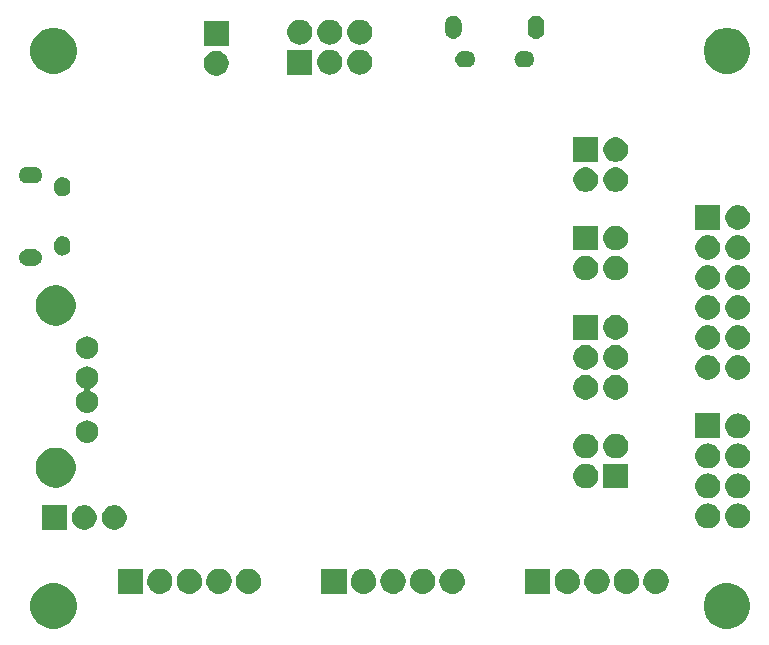
<source format=gbs>
G04 #@! TF.GenerationSoftware,KiCad,Pcbnew,5.1.5-52549c5~84~ubuntu18.04.1*
G04 #@! TF.CreationDate,2020-01-13T18:21:35+00:00*
G04 #@! TF.ProjectId,sangaboard_v0.3,73616e67-6162-46f6-9172-645f76302e33,0.3*
G04 #@! TF.SameCoordinates,Original*
G04 #@! TF.FileFunction,Soldermask,Bot*
G04 #@! TF.FilePolarity,Negative*
%FSLAX46Y46*%
G04 Gerber Fmt 4.6, Leading zero omitted, Abs format (unit mm)*
G04 Created by KiCad (PCBNEW 5.1.5-52549c5~84~ubuntu18.04.1) date 2020-01-13 18:21:35*
%MOMM*%
%LPD*%
G04 APERTURE LIST*
%ADD10C,0.100000*%
G04 APERTURE END LIST*
D10*
G36*
X161568793Y-94124937D02*
G01*
X161923670Y-94271932D01*
X162243052Y-94485336D01*
X162514664Y-94756948D01*
X162728068Y-95076330D01*
X162875063Y-95431207D01*
X162950000Y-95807940D01*
X162950000Y-96192060D01*
X162875063Y-96568793D01*
X162728068Y-96923670D01*
X162514664Y-97243052D01*
X162243052Y-97514664D01*
X161923670Y-97728068D01*
X161568793Y-97875063D01*
X161192060Y-97950000D01*
X160807940Y-97950000D01*
X160431207Y-97875063D01*
X160076330Y-97728068D01*
X159756948Y-97514664D01*
X159485336Y-97243052D01*
X159271932Y-96923670D01*
X159124937Y-96568793D01*
X159050000Y-96192060D01*
X159050000Y-95807940D01*
X159124937Y-95431207D01*
X159271932Y-95076330D01*
X159485336Y-94756948D01*
X159756948Y-94485336D01*
X160076330Y-94271932D01*
X160431207Y-94124937D01*
X160807940Y-94050000D01*
X161192060Y-94050000D01*
X161568793Y-94124937D01*
G37*
G36*
X104568793Y-94124937D02*
G01*
X104923670Y-94271932D01*
X105243052Y-94485336D01*
X105514664Y-94756948D01*
X105728068Y-95076330D01*
X105875063Y-95431207D01*
X105950000Y-95807940D01*
X105950000Y-96192060D01*
X105875063Y-96568793D01*
X105728068Y-96923670D01*
X105514664Y-97243052D01*
X105243052Y-97514664D01*
X104923670Y-97728068D01*
X104568793Y-97875063D01*
X104192060Y-97950000D01*
X103807940Y-97950000D01*
X103431207Y-97875063D01*
X103076330Y-97728068D01*
X102756948Y-97514664D01*
X102485336Y-97243052D01*
X102271932Y-96923670D01*
X102124937Y-96568793D01*
X102050000Y-96192060D01*
X102050000Y-95807940D01*
X102124937Y-95431207D01*
X102271932Y-95076330D01*
X102485336Y-94756948D01*
X102756948Y-94485336D01*
X103076330Y-94271932D01*
X103431207Y-94124937D01*
X103807940Y-94050000D01*
X104192060Y-94050000D01*
X104568793Y-94124937D01*
G37*
G36*
X137959722Y-92845656D02*
G01*
X138063566Y-92866312D01*
X138120866Y-92890047D01*
X138259203Y-92947347D01*
X138435272Y-93064993D01*
X138585007Y-93214728D01*
X138702653Y-93390797D01*
X138759953Y-93529134D01*
X138783688Y-93586434D01*
X138825000Y-93794122D01*
X138825000Y-94005878D01*
X138801318Y-94124937D01*
X138783688Y-94213565D01*
X138702653Y-94409203D01*
X138585007Y-94585272D01*
X138435272Y-94735007D01*
X138259203Y-94852653D01*
X138120866Y-94909953D01*
X138063566Y-94933688D01*
X137959722Y-94954344D01*
X137855879Y-94975000D01*
X137644121Y-94975000D01*
X137540278Y-94954344D01*
X137436434Y-94933688D01*
X137379134Y-94909953D01*
X137240797Y-94852653D01*
X137064728Y-94735007D01*
X136914993Y-94585272D01*
X136797347Y-94409203D01*
X136716312Y-94213565D01*
X136698683Y-94124937D01*
X136675000Y-94005878D01*
X136675000Y-93794122D01*
X136716312Y-93586434D01*
X136740047Y-93529134D01*
X136797347Y-93390797D01*
X136914993Y-93214728D01*
X137064728Y-93064993D01*
X137240797Y-92947347D01*
X137379134Y-92890047D01*
X137436434Y-92866312D01*
X137540278Y-92845656D01*
X137644121Y-92825000D01*
X137855879Y-92825000D01*
X137959722Y-92845656D01*
G37*
G36*
X155209722Y-92845656D02*
G01*
X155313566Y-92866312D01*
X155370866Y-92890047D01*
X155509203Y-92947347D01*
X155685272Y-93064993D01*
X155835007Y-93214728D01*
X155952653Y-93390797D01*
X156009953Y-93529134D01*
X156033688Y-93586434D01*
X156075000Y-93794122D01*
X156075000Y-94005878D01*
X156051318Y-94124937D01*
X156033688Y-94213565D01*
X155952653Y-94409203D01*
X155835007Y-94585272D01*
X155685272Y-94735007D01*
X155509203Y-94852653D01*
X155370866Y-94909953D01*
X155313566Y-94933688D01*
X155209722Y-94954344D01*
X155105879Y-94975000D01*
X154894121Y-94975000D01*
X154790278Y-94954344D01*
X154686434Y-94933688D01*
X154629134Y-94909953D01*
X154490797Y-94852653D01*
X154314728Y-94735007D01*
X154164993Y-94585272D01*
X154047347Y-94409203D01*
X153966312Y-94213565D01*
X153948683Y-94124937D01*
X153925000Y-94005878D01*
X153925000Y-93794122D01*
X153966312Y-93586434D01*
X153990047Y-93529134D01*
X154047347Y-93390797D01*
X154164993Y-93214728D01*
X154314728Y-93064993D01*
X154490797Y-92947347D01*
X154629134Y-92890047D01*
X154686434Y-92866312D01*
X154790278Y-92845656D01*
X154894121Y-92825000D01*
X155105879Y-92825000D01*
X155209722Y-92845656D01*
G37*
G36*
X120709722Y-92845656D02*
G01*
X120813566Y-92866312D01*
X120870866Y-92890047D01*
X121009203Y-92947347D01*
X121185272Y-93064993D01*
X121335007Y-93214728D01*
X121452653Y-93390797D01*
X121509953Y-93529134D01*
X121533688Y-93586434D01*
X121575000Y-93794122D01*
X121575000Y-94005878D01*
X121551318Y-94124937D01*
X121533688Y-94213565D01*
X121452653Y-94409203D01*
X121335007Y-94585272D01*
X121185272Y-94735007D01*
X121009203Y-94852653D01*
X120870866Y-94909953D01*
X120813566Y-94933688D01*
X120709722Y-94954344D01*
X120605879Y-94975000D01*
X120394121Y-94975000D01*
X120290278Y-94954344D01*
X120186434Y-94933688D01*
X120129134Y-94909953D01*
X119990797Y-94852653D01*
X119814728Y-94735007D01*
X119664993Y-94585272D01*
X119547347Y-94409203D01*
X119466312Y-94213565D01*
X119448683Y-94124937D01*
X119425000Y-94005878D01*
X119425000Y-93794122D01*
X119466312Y-93586434D01*
X119490047Y-93529134D01*
X119547347Y-93390797D01*
X119664993Y-93214728D01*
X119814728Y-93064993D01*
X119990797Y-92947347D01*
X120129134Y-92890047D01*
X120186434Y-92866312D01*
X120290278Y-92845656D01*
X120394121Y-92825000D01*
X120605879Y-92825000D01*
X120709722Y-92845656D01*
G37*
G36*
X118209722Y-92845656D02*
G01*
X118313566Y-92866312D01*
X118370866Y-92890047D01*
X118509203Y-92947347D01*
X118685272Y-93064993D01*
X118835007Y-93214728D01*
X118952653Y-93390797D01*
X119009953Y-93529134D01*
X119033688Y-93586434D01*
X119075000Y-93794122D01*
X119075000Y-94005878D01*
X119051318Y-94124937D01*
X119033688Y-94213565D01*
X118952653Y-94409203D01*
X118835007Y-94585272D01*
X118685272Y-94735007D01*
X118509203Y-94852653D01*
X118370866Y-94909953D01*
X118313566Y-94933688D01*
X118209722Y-94954344D01*
X118105879Y-94975000D01*
X117894121Y-94975000D01*
X117790278Y-94954344D01*
X117686434Y-94933688D01*
X117629134Y-94909953D01*
X117490797Y-94852653D01*
X117314728Y-94735007D01*
X117164993Y-94585272D01*
X117047347Y-94409203D01*
X116966312Y-94213565D01*
X116948683Y-94124937D01*
X116925000Y-94005878D01*
X116925000Y-93794122D01*
X116966312Y-93586434D01*
X116990047Y-93529134D01*
X117047347Y-93390797D01*
X117164993Y-93214728D01*
X117314728Y-93064993D01*
X117490797Y-92947347D01*
X117629134Y-92890047D01*
X117686434Y-92866312D01*
X117790278Y-92845656D01*
X117894121Y-92825000D01*
X118105879Y-92825000D01*
X118209722Y-92845656D01*
G37*
G36*
X115709722Y-92845656D02*
G01*
X115813566Y-92866312D01*
X115870866Y-92890047D01*
X116009203Y-92947347D01*
X116185272Y-93064993D01*
X116335007Y-93214728D01*
X116452653Y-93390797D01*
X116509953Y-93529134D01*
X116533688Y-93586434D01*
X116575000Y-93794122D01*
X116575000Y-94005878D01*
X116551318Y-94124937D01*
X116533688Y-94213565D01*
X116452653Y-94409203D01*
X116335007Y-94585272D01*
X116185272Y-94735007D01*
X116009203Y-94852653D01*
X115870866Y-94909953D01*
X115813566Y-94933688D01*
X115709722Y-94954344D01*
X115605879Y-94975000D01*
X115394121Y-94975000D01*
X115290278Y-94954344D01*
X115186434Y-94933688D01*
X115129134Y-94909953D01*
X114990797Y-94852653D01*
X114814728Y-94735007D01*
X114664993Y-94585272D01*
X114547347Y-94409203D01*
X114466312Y-94213565D01*
X114448683Y-94124937D01*
X114425000Y-94005878D01*
X114425000Y-93794122D01*
X114466312Y-93586434D01*
X114490047Y-93529134D01*
X114547347Y-93390797D01*
X114664993Y-93214728D01*
X114814728Y-93064993D01*
X114990797Y-92947347D01*
X115129134Y-92890047D01*
X115186434Y-92866312D01*
X115290278Y-92845656D01*
X115394121Y-92825000D01*
X115605879Y-92825000D01*
X115709722Y-92845656D01*
G37*
G36*
X113209722Y-92845656D02*
G01*
X113313566Y-92866312D01*
X113370866Y-92890047D01*
X113509203Y-92947347D01*
X113685272Y-93064993D01*
X113835007Y-93214728D01*
X113952653Y-93390797D01*
X114009953Y-93529134D01*
X114033688Y-93586434D01*
X114075000Y-93794122D01*
X114075000Y-94005878D01*
X114051318Y-94124937D01*
X114033688Y-94213565D01*
X113952653Y-94409203D01*
X113835007Y-94585272D01*
X113685272Y-94735007D01*
X113509203Y-94852653D01*
X113370866Y-94909953D01*
X113313566Y-94933688D01*
X113209722Y-94954344D01*
X113105879Y-94975000D01*
X112894121Y-94975000D01*
X112790278Y-94954344D01*
X112686434Y-94933688D01*
X112629134Y-94909953D01*
X112490797Y-94852653D01*
X112314728Y-94735007D01*
X112164993Y-94585272D01*
X112047347Y-94409203D01*
X111966312Y-94213565D01*
X111948683Y-94124937D01*
X111925000Y-94005878D01*
X111925000Y-93794122D01*
X111966312Y-93586434D01*
X111990047Y-93529134D01*
X112047347Y-93390797D01*
X112164993Y-93214728D01*
X112314728Y-93064993D01*
X112490797Y-92947347D01*
X112629134Y-92890047D01*
X112686434Y-92866312D01*
X112790278Y-92845656D01*
X112894121Y-92825000D01*
X113105879Y-92825000D01*
X113209722Y-92845656D01*
G37*
G36*
X111575000Y-94975000D02*
G01*
X109425000Y-94975000D01*
X109425000Y-92825000D01*
X111575000Y-92825000D01*
X111575000Y-94975000D01*
G37*
G36*
X135459722Y-92845656D02*
G01*
X135563566Y-92866312D01*
X135620866Y-92890047D01*
X135759203Y-92947347D01*
X135935272Y-93064993D01*
X136085007Y-93214728D01*
X136202653Y-93390797D01*
X136259953Y-93529134D01*
X136283688Y-93586434D01*
X136325000Y-93794122D01*
X136325000Y-94005878D01*
X136301318Y-94124937D01*
X136283688Y-94213565D01*
X136202653Y-94409203D01*
X136085007Y-94585272D01*
X135935272Y-94735007D01*
X135759203Y-94852653D01*
X135620866Y-94909953D01*
X135563566Y-94933688D01*
X135459722Y-94954344D01*
X135355879Y-94975000D01*
X135144121Y-94975000D01*
X135040278Y-94954344D01*
X134936434Y-94933688D01*
X134879134Y-94909953D01*
X134740797Y-94852653D01*
X134564728Y-94735007D01*
X134414993Y-94585272D01*
X134297347Y-94409203D01*
X134216312Y-94213565D01*
X134198683Y-94124937D01*
X134175000Y-94005878D01*
X134175000Y-93794122D01*
X134216312Y-93586434D01*
X134240047Y-93529134D01*
X134297347Y-93390797D01*
X134414993Y-93214728D01*
X134564728Y-93064993D01*
X134740797Y-92947347D01*
X134879134Y-92890047D01*
X134936434Y-92866312D01*
X135040278Y-92845656D01*
X135144121Y-92825000D01*
X135355879Y-92825000D01*
X135459722Y-92845656D01*
G37*
G36*
X132959722Y-92845656D02*
G01*
X133063566Y-92866312D01*
X133120866Y-92890047D01*
X133259203Y-92947347D01*
X133435272Y-93064993D01*
X133585007Y-93214728D01*
X133702653Y-93390797D01*
X133759953Y-93529134D01*
X133783688Y-93586434D01*
X133825000Y-93794122D01*
X133825000Y-94005878D01*
X133801318Y-94124937D01*
X133783688Y-94213565D01*
X133702653Y-94409203D01*
X133585007Y-94585272D01*
X133435272Y-94735007D01*
X133259203Y-94852653D01*
X133120866Y-94909953D01*
X133063566Y-94933688D01*
X132959722Y-94954344D01*
X132855879Y-94975000D01*
X132644121Y-94975000D01*
X132540278Y-94954344D01*
X132436434Y-94933688D01*
X132379134Y-94909953D01*
X132240797Y-94852653D01*
X132064728Y-94735007D01*
X131914993Y-94585272D01*
X131797347Y-94409203D01*
X131716312Y-94213565D01*
X131698683Y-94124937D01*
X131675000Y-94005878D01*
X131675000Y-93794122D01*
X131716312Y-93586434D01*
X131740047Y-93529134D01*
X131797347Y-93390797D01*
X131914993Y-93214728D01*
X132064728Y-93064993D01*
X132240797Y-92947347D01*
X132379134Y-92890047D01*
X132436434Y-92866312D01*
X132540278Y-92845656D01*
X132644121Y-92825000D01*
X132855879Y-92825000D01*
X132959722Y-92845656D01*
G37*
G36*
X130459722Y-92845656D02*
G01*
X130563566Y-92866312D01*
X130620866Y-92890047D01*
X130759203Y-92947347D01*
X130935272Y-93064993D01*
X131085007Y-93214728D01*
X131202653Y-93390797D01*
X131259953Y-93529134D01*
X131283688Y-93586434D01*
X131325000Y-93794122D01*
X131325000Y-94005878D01*
X131301318Y-94124937D01*
X131283688Y-94213565D01*
X131202653Y-94409203D01*
X131085007Y-94585272D01*
X130935272Y-94735007D01*
X130759203Y-94852653D01*
X130620866Y-94909953D01*
X130563566Y-94933688D01*
X130459722Y-94954344D01*
X130355879Y-94975000D01*
X130144121Y-94975000D01*
X130040278Y-94954344D01*
X129936434Y-94933688D01*
X129879134Y-94909953D01*
X129740797Y-94852653D01*
X129564728Y-94735007D01*
X129414993Y-94585272D01*
X129297347Y-94409203D01*
X129216312Y-94213565D01*
X129198683Y-94124937D01*
X129175000Y-94005878D01*
X129175000Y-93794122D01*
X129216312Y-93586434D01*
X129240047Y-93529134D01*
X129297347Y-93390797D01*
X129414993Y-93214728D01*
X129564728Y-93064993D01*
X129740797Y-92947347D01*
X129879134Y-92890047D01*
X129936434Y-92866312D01*
X130040278Y-92845656D01*
X130144121Y-92825000D01*
X130355879Y-92825000D01*
X130459722Y-92845656D01*
G37*
G36*
X128825000Y-94975000D02*
G01*
X126675000Y-94975000D01*
X126675000Y-92825000D01*
X128825000Y-92825000D01*
X128825000Y-94975000D01*
G37*
G36*
X146075000Y-94975000D02*
G01*
X143925000Y-94975000D01*
X143925000Y-92825000D01*
X146075000Y-92825000D01*
X146075000Y-94975000D01*
G37*
G36*
X147709722Y-92845656D02*
G01*
X147813566Y-92866312D01*
X147870866Y-92890047D01*
X148009203Y-92947347D01*
X148185272Y-93064993D01*
X148335007Y-93214728D01*
X148452653Y-93390797D01*
X148509953Y-93529134D01*
X148533688Y-93586434D01*
X148575000Y-93794122D01*
X148575000Y-94005878D01*
X148551318Y-94124937D01*
X148533688Y-94213565D01*
X148452653Y-94409203D01*
X148335007Y-94585272D01*
X148185272Y-94735007D01*
X148009203Y-94852653D01*
X147870866Y-94909953D01*
X147813566Y-94933688D01*
X147709722Y-94954344D01*
X147605879Y-94975000D01*
X147394121Y-94975000D01*
X147290278Y-94954344D01*
X147186434Y-94933688D01*
X147129134Y-94909953D01*
X146990797Y-94852653D01*
X146814728Y-94735007D01*
X146664993Y-94585272D01*
X146547347Y-94409203D01*
X146466312Y-94213565D01*
X146448683Y-94124937D01*
X146425000Y-94005878D01*
X146425000Y-93794122D01*
X146466312Y-93586434D01*
X146490047Y-93529134D01*
X146547347Y-93390797D01*
X146664993Y-93214728D01*
X146814728Y-93064993D01*
X146990797Y-92947347D01*
X147129134Y-92890047D01*
X147186434Y-92866312D01*
X147290278Y-92845656D01*
X147394121Y-92825000D01*
X147605879Y-92825000D01*
X147709722Y-92845656D01*
G37*
G36*
X150209722Y-92845656D02*
G01*
X150313566Y-92866312D01*
X150370866Y-92890047D01*
X150509203Y-92947347D01*
X150685272Y-93064993D01*
X150835007Y-93214728D01*
X150952653Y-93390797D01*
X151009953Y-93529134D01*
X151033688Y-93586434D01*
X151075000Y-93794122D01*
X151075000Y-94005878D01*
X151051318Y-94124937D01*
X151033688Y-94213565D01*
X150952653Y-94409203D01*
X150835007Y-94585272D01*
X150685272Y-94735007D01*
X150509203Y-94852653D01*
X150370866Y-94909953D01*
X150313566Y-94933688D01*
X150209722Y-94954344D01*
X150105879Y-94975000D01*
X149894121Y-94975000D01*
X149790278Y-94954344D01*
X149686434Y-94933688D01*
X149629134Y-94909953D01*
X149490797Y-94852653D01*
X149314728Y-94735007D01*
X149164993Y-94585272D01*
X149047347Y-94409203D01*
X148966312Y-94213565D01*
X148948683Y-94124937D01*
X148925000Y-94005878D01*
X148925000Y-93794122D01*
X148966312Y-93586434D01*
X148990047Y-93529134D01*
X149047347Y-93390797D01*
X149164993Y-93214728D01*
X149314728Y-93064993D01*
X149490797Y-92947347D01*
X149629134Y-92890047D01*
X149686434Y-92866312D01*
X149790278Y-92845656D01*
X149894121Y-92825000D01*
X150105879Y-92825000D01*
X150209722Y-92845656D01*
G37*
G36*
X152709722Y-92845656D02*
G01*
X152813566Y-92866312D01*
X152870866Y-92890047D01*
X153009203Y-92947347D01*
X153185272Y-93064993D01*
X153335007Y-93214728D01*
X153452653Y-93390797D01*
X153509953Y-93529134D01*
X153533688Y-93586434D01*
X153575000Y-93794122D01*
X153575000Y-94005878D01*
X153551318Y-94124937D01*
X153533688Y-94213565D01*
X153452653Y-94409203D01*
X153335007Y-94585272D01*
X153185272Y-94735007D01*
X153009203Y-94852653D01*
X152870866Y-94909953D01*
X152813566Y-94933688D01*
X152709722Y-94954344D01*
X152605879Y-94975000D01*
X152394121Y-94975000D01*
X152290278Y-94954344D01*
X152186434Y-94933688D01*
X152129134Y-94909953D01*
X151990797Y-94852653D01*
X151814728Y-94735007D01*
X151664993Y-94585272D01*
X151547347Y-94409203D01*
X151466312Y-94213565D01*
X151448683Y-94124937D01*
X151425000Y-94005878D01*
X151425000Y-93794122D01*
X151466312Y-93586434D01*
X151490047Y-93529134D01*
X151547347Y-93390797D01*
X151664993Y-93214728D01*
X151814728Y-93064993D01*
X151990797Y-92947347D01*
X152129134Y-92890047D01*
X152186434Y-92866312D01*
X152290278Y-92845656D01*
X152394121Y-92825000D01*
X152605879Y-92825000D01*
X152709722Y-92845656D01*
G37*
G36*
X106728687Y-87455027D02*
G01*
X106906274Y-87490350D01*
X107097362Y-87569502D01*
X107269336Y-87684411D01*
X107415589Y-87830664D01*
X107530498Y-88002638D01*
X107609650Y-88193726D01*
X107650000Y-88396584D01*
X107650000Y-88603416D01*
X107609650Y-88806274D01*
X107530498Y-88997362D01*
X107415589Y-89169336D01*
X107269336Y-89315589D01*
X107097362Y-89430498D01*
X106906274Y-89509650D01*
X106728687Y-89544973D01*
X106703417Y-89550000D01*
X106496583Y-89550000D01*
X106471313Y-89544973D01*
X106293726Y-89509650D01*
X106102638Y-89430498D01*
X105930664Y-89315589D01*
X105784411Y-89169336D01*
X105669502Y-88997362D01*
X105590350Y-88806274D01*
X105550000Y-88603416D01*
X105550000Y-88396584D01*
X105590350Y-88193726D01*
X105669502Y-88002638D01*
X105784411Y-87830664D01*
X105930664Y-87684411D01*
X106102638Y-87569502D01*
X106293726Y-87490350D01*
X106471313Y-87455027D01*
X106496583Y-87450000D01*
X106703417Y-87450000D01*
X106728687Y-87455027D01*
G37*
G36*
X109268687Y-87455027D02*
G01*
X109446274Y-87490350D01*
X109637362Y-87569502D01*
X109809336Y-87684411D01*
X109955589Y-87830664D01*
X110070498Y-88002638D01*
X110149650Y-88193726D01*
X110190000Y-88396584D01*
X110190000Y-88603416D01*
X110149650Y-88806274D01*
X110070498Y-88997362D01*
X109955589Y-89169336D01*
X109809336Y-89315589D01*
X109637362Y-89430498D01*
X109446274Y-89509650D01*
X109268687Y-89544973D01*
X109243417Y-89550000D01*
X109036583Y-89550000D01*
X109011313Y-89544973D01*
X108833726Y-89509650D01*
X108642638Y-89430498D01*
X108470664Y-89315589D01*
X108324411Y-89169336D01*
X108209502Y-88997362D01*
X108130350Y-88806274D01*
X108090000Y-88603416D01*
X108090000Y-88396584D01*
X108130350Y-88193726D01*
X108209502Y-88002638D01*
X108324411Y-87830664D01*
X108470664Y-87684411D01*
X108642638Y-87569502D01*
X108833726Y-87490350D01*
X109011313Y-87455027D01*
X109036583Y-87450000D01*
X109243417Y-87450000D01*
X109268687Y-87455027D01*
G37*
G36*
X105110000Y-89550000D02*
G01*
X103010000Y-89550000D01*
X103010000Y-87450000D01*
X105110000Y-87450000D01*
X105110000Y-89550000D01*
G37*
G36*
X159528687Y-87325027D02*
G01*
X159706274Y-87360350D01*
X159897362Y-87439502D01*
X160069336Y-87554411D01*
X160215589Y-87700664D01*
X160330498Y-87872638D01*
X160409650Y-88063726D01*
X160450000Y-88266584D01*
X160450000Y-88473416D01*
X160409650Y-88676274D01*
X160330498Y-88867362D01*
X160215589Y-89039336D01*
X160069336Y-89185589D01*
X159897362Y-89300498D01*
X159706274Y-89379650D01*
X159528687Y-89414973D01*
X159503417Y-89420000D01*
X159296583Y-89420000D01*
X159271313Y-89414973D01*
X159093726Y-89379650D01*
X158902638Y-89300498D01*
X158730664Y-89185589D01*
X158584411Y-89039336D01*
X158469502Y-88867362D01*
X158390350Y-88676274D01*
X158350000Y-88473416D01*
X158350000Y-88266584D01*
X158390350Y-88063726D01*
X158469502Y-87872638D01*
X158584411Y-87700664D01*
X158730664Y-87554411D01*
X158902638Y-87439502D01*
X159093726Y-87360350D01*
X159271313Y-87325027D01*
X159296583Y-87320000D01*
X159503417Y-87320000D01*
X159528687Y-87325027D01*
G37*
G36*
X162068687Y-87325027D02*
G01*
X162246274Y-87360350D01*
X162437362Y-87439502D01*
X162609336Y-87554411D01*
X162755589Y-87700664D01*
X162870498Y-87872638D01*
X162949650Y-88063726D01*
X162990000Y-88266584D01*
X162990000Y-88473416D01*
X162949650Y-88676274D01*
X162870498Y-88867362D01*
X162755589Y-89039336D01*
X162609336Y-89185589D01*
X162437362Y-89300498D01*
X162246274Y-89379650D01*
X162068687Y-89414973D01*
X162043417Y-89420000D01*
X161836583Y-89420000D01*
X161811313Y-89414973D01*
X161633726Y-89379650D01*
X161442638Y-89300498D01*
X161270664Y-89185589D01*
X161124411Y-89039336D01*
X161009502Y-88867362D01*
X160930350Y-88676274D01*
X160890000Y-88473416D01*
X160890000Y-88266584D01*
X160930350Y-88063726D01*
X161009502Y-87872638D01*
X161124411Y-87700664D01*
X161270664Y-87554411D01*
X161442638Y-87439502D01*
X161633726Y-87360350D01*
X161811313Y-87325027D01*
X161836583Y-87320000D01*
X162043417Y-87320000D01*
X162068687Y-87325027D01*
G37*
G36*
X162068687Y-84785027D02*
G01*
X162246274Y-84820350D01*
X162437362Y-84899502D01*
X162609336Y-85014411D01*
X162755589Y-85160664D01*
X162870498Y-85332638D01*
X162949650Y-85523726D01*
X162990000Y-85726584D01*
X162990000Y-85933416D01*
X162949650Y-86136274D01*
X162870498Y-86327362D01*
X162755589Y-86499336D01*
X162609336Y-86645589D01*
X162437362Y-86760498D01*
X162246274Y-86839650D01*
X162068687Y-86874973D01*
X162043417Y-86880000D01*
X161836583Y-86880000D01*
X161811313Y-86874973D01*
X161633726Y-86839650D01*
X161442638Y-86760498D01*
X161270664Y-86645589D01*
X161124411Y-86499336D01*
X161009502Y-86327362D01*
X160930350Y-86136274D01*
X160890000Y-85933416D01*
X160890000Y-85726584D01*
X160930350Y-85523726D01*
X161009502Y-85332638D01*
X161124411Y-85160664D01*
X161270664Y-85014411D01*
X161442638Y-84899502D01*
X161633726Y-84820350D01*
X161811313Y-84785027D01*
X161836583Y-84780000D01*
X162043417Y-84780000D01*
X162068687Y-84785027D01*
G37*
G36*
X159528687Y-84785027D02*
G01*
X159706274Y-84820350D01*
X159897362Y-84899502D01*
X160069336Y-85014411D01*
X160215589Y-85160664D01*
X160330498Y-85332638D01*
X160409650Y-85523726D01*
X160450000Y-85726584D01*
X160450000Y-85933416D01*
X160409650Y-86136274D01*
X160330498Y-86327362D01*
X160215589Y-86499336D01*
X160069336Y-86645589D01*
X159897362Y-86760498D01*
X159706274Y-86839650D01*
X159528687Y-86874973D01*
X159503417Y-86880000D01*
X159296583Y-86880000D01*
X159271313Y-86874973D01*
X159093726Y-86839650D01*
X158902638Y-86760498D01*
X158730664Y-86645589D01*
X158584411Y-86499336D01*
X158469502Y-86327362D01*
X158390350Y-86136274D01*
X158350000Y-85933416D01*
X158350000Y-85726584D01*
X158390350Y-85523726D01*
X158469502Y-85332638D01*
X158584411Y-85160664D01*
X158730664Y-85014411D01*
X158902638Y-84899502D01*
X159093726Y-84820350D01*
X159271313Y-84785027D01*
X159296583Y-84780000D01*
X159503417Y-84780000D01*
X159528687Y-84785027D01*
G37*
G36*
X149188687Y-83945027D02*
G01*
X149366274Y-83980350D01*
X149557362Y-84059502D01*
X149729336Y-84174411D01*
X149875589Y-84320664D01*
X149990498Y-84492638D01*
X150069650Y-84683726D01*
X150110000Y-84886584D01*
X150110000Y-85093416D01*
X150069650Y-85296274D01*
X149990498Y-85487362D01*
X149875589Y-85659336D01*
X149729336Y-85805589D01*
X149557362Y-85920498D01*
X149366274Y-85999650D01*
X149188687Y-86034973D01*
X149163417Y-86040000D01*
X148956583Y-86040000D01*
X148931313Y-86034973D01*
X148753726Y-85999650D01*
X148562638Y-85920498D01*
X148390664Y-85805589D01*
X148244411Y-85659336D01*
X148129502Y-85487362D01*
X148050350Y-85296274D01*
X148010000Y-85093416D01*
X148010000Y-84886584D01*
X148050350Y-84683726D01*
X148129502Y-84492638D01*
X148244411Y-84320664D01*
X148390664Y-84174411D01*
X148562638Y-84059502D01*
X148753726Y-83980350D01*
X148931313Y-83945027D01*
X148956583Y-83940000D01*
X149163417Y-83940000D01*
X149188687Y-83945027D01*
G37*
G36*
X152650000Y-86040000D02*
G01*
X150550000Y-86040000D01*
X150550000Y-83940000D01*
X152650000Y-83940000D01*
X152650000Y-86040000D01*
G37*
G36*
X104511653Y-82612665D02*
G01*
X104675872Y-82645330D01*
X104985252Y-82773479D01*
X105263687Y-82959523D01*
X105500477Y-83196313D01*
X105686521Y-83474748D01*
X105814670Y-83784128D01*
X105815313Y-83787362D01*
X105878613Y-84105589D01*
X105880000Y-84112565D01*
X105880000Y-84447435D01*
X105814670Y-84775872D01*
X105686521Y-85085252D01*
X105500477Y-85363687D01*
X105263687Y-85600477D01*
X104985252Y-85786521D01*
X104675872Y-85914670D01*
X104511654Y-85947335D01*
X104347437Y-85980000D01*
X104012563Y-85980000D01*
X103848346Y-85947335D01*
X103684128Y-85914670D01*
X103374748Y-85786521D01*
X103096313Y-85600477D01*
X102859523Y-85363687D01*
X102673479Y-85085252D01*
X102545330Y-84775872D01*
X102480000Y-84447435D01*
X102480000Y-84112565D01*
X102481388Y-84105589D01*
X102544687Y-83787362D01*
X102545330Y-83784128D01*
X102673479Y-83474748D01*
X102859523Y-83196313D01*
X103096313Y-82959523D01*
X103374748Y-82773479D01*
X103684128Y-82645330D01*
X103848347Y-82612665D01*
X104012563Y-82580000D01*
X104347437Y-82580000D01*
X104511653Y-82612665D01*
G37*
G36*
X159528687Y-82245027D02*
G01*
X159706274Y-82280350D01*
X159897362Y-82359502D01*
X160069336Y-82474411D01*
X160215589Y-82620664D01*
X160330498Y-82792638D01*
X160409650Y-82983726D01*
X160450000Y-83186584D01*
X160450000Y-83393416D01*
X160409650Y-83596274D01*
X160330498Y-83787362D01*
X160215589Y-83959336D01*
X160069336Y-84105589D01*
X159897362Y-84220498D01*
X159706274Y-84299650D01*
X159528687Y-84334973D01*
X159503417Y-84340000D01*
X159296583Y-84340000D01*
X159271313Y-84334973D01*
X159093726Y-84299650D01*
X158902638Y-84220498D01*
X158730664Y-84105589D01*
X158584411Y-83959336D01*
X158469502Y-83787362D01*
X158390350Y-83596274D01*
X158350000Y-83393416D01*
X158350000Y-83186584D01*
X158390350Y-82983726D01*
X158469502Y-82792638D01*
X158584411Y-82620664D01*
X158730664Y-82474411D01*
X158902638Y-82359502D01*
X159093726Y-82280350D01*
X159271313Y-82245027D01*
X159296583Y-82240000D01*
X159503417Y-82240000D01*
X159528687Y-82245027D01*
G37*
G36*
X162068687Y-82245027D02*
G01*
X162246274Y-82280350D01*
X162437362Y-82359502D01*
X162609336Y-82474411D01*
X162755589Y-82620664D01*
X162870498Y-82792638D01*
X162949650Y-82983726D01*
X162990000Y-83186584D01*
X162990000Y-83393416D01*
X162949650Y-83596274D01*
X162870498Y-83787362D01*
X162755589Y-83959336D01*
X162609336Y-84105589D01*
X162437362Y-84220498D01*
X162246274Y-84299650D01*
X162068687Y-84334973D01*
X162043417Y-84340000D01*
X161836583Y-84340000D01*
X161811313Y-84334973D01*
X161633726Y-84299650D01*
X161442638Y-84220498D01*
X161270664Y-84105589D01*
X161124411Y-83959336D01*
X161009502Y-83787362D01*
X160930350Y-83596274D01*
X160890000Y-83393416D01*
X160890000Y-83186584D01*
X160930350Y-82983726D01*
X161009502Y-82792638D01*
X161124411Y-82620664D01*
X161270664Y-82474411D01*
X161442638Y-82359502D01*
X161633726Y-82280350D01*
X161811313Y-82245027D01*
X161836583Y-82240000D01*
X162043417Y-82240000D01*
X162068687Y-82245027D01*
G37*
G36*
X149188687Y-81405027D02*
G01*
X149366274Y-81440350D01*
X149557362Y-81519502D01*
X149729336Y-81634411D01*
X149875589Y-81780664D01*
X149990498Y-81952638D01*
X150069650Y-82143726D01*
X150110000Y-82346584D01*
X150110000Y-82553416D01*
X150069650Y-82756274D01*
X149990498Y-82947362D01*
X149875589Y-83119336D01*
X149729336Y-83265589D01*
X149557362Y-83380498D01*
X149366274Y-83459650D01*
X149188687Y-83494973D01*
X149163417Y-83500000D01*
X148956583Y-83500000D01*
X148931313Y-83494973D01*
X148753726Y-83459650D01*
X148562638Y-83380498D01*
X148390664Y-83265589D01*
X148244411Y-83119336D01*
X148129502Y-82947362D01*
X148050350Y-82756274D01*
X148010000Y-82553416D01*
X148010000Y-82346584D01*
X148050350Y-82143726D01*
X148129502Y-81952638D01*
X148244411Y-81780664D01*
X148390664Y-81634411D01*
X148562638Y-81519502D01*
X148753726Y-81440350D01*
X148931313Y-81405027D01*
X148956583Y-81400000D01*
X149163417Y-81400000D01*
X149188687Y-81405027D01*
G37*
G36*
X151728687Y-81405027D02*
G01*
X151906274Y-81440350D01*
X152097362Y-81519502D01*
X152269336Y-81634411D01*
X152415589Y-81780664D01*
X152530498Y-81952638D01*
X152609650Y-82143726D01*
X152650000Y-82346584D01*
X152650000Y-82553416D01*
X152609650Y-82756274D01*
X152530498Y-82947362D01*
X152415589Y-83119336D01*
X152269336Y-83265589D01*
X152097362Y-83380498D01*
X151906274Y-83459650D01*
X151728687Y-83494973D01*
X151703417Y-83500000D01*
X151496583Y-83500000D01*
X151471313Y-83494973D01*
X151293726Y-83459650D01*
X151102638Y-83380498D01*
X150930664Y-83265589D01*
X150784411Y-83119336D01*
X150669502Y-82947362D01*
X150590350Y-82756274D01*
X150550000Y-82553416D01*
X150550000Y-82346584D01*
X150590350Y-82143726D01*
X150669502Y-81952638D01*
X150784411Y-81780664D01*
X150930664Y-81634411D01*
X151102638Y-81519502D01*
X151293726Y-81440350D01*
X151471313Y-81405027D01*
X151496583Y-81400000D01*
X151703417Y-81400000D01*
X151728687Y-81405027D01*
G37*
G36*
X107035336Y-80298254D02*
G01*
X107127105Y-80316508D01*
X107299994Y-80388121D01*
X107455590Y-80492087D01*
X107587913Y-80624410D01*
X107691879Y-80780006D01*
X107763492Y-80952895D01*
X107800000Y-81136433D01*
X107800000Y-81323567D01*
X107763492Y-81507105D01*
X107691879Y-81679994D01*
X107587913Y-81835590D01*
X107455590Y-81967913D01*
X107299994Y-82071879D01*
X107127105Y-82143492D01*
X107035336Y-82161746D01*
X106943568Y-82180000D01*
X106756432Y-82180000D01*
X106664664Y-82161746D01*
X106572895Y-82143492D01*
X106400006Y-82071879D01*
X106244410Y-81967913D01*
X106112087Y-81835590D01*
X106008121Y-81679994D01*
X105936508Y-81507105D01*
X105900000Y-81323567D01*
X105900000Y-81136433D01*
X105936508Y-80952895D01*
X106008121Y-80780006D01*
X106112087Y-80624410D01*
X106244410Y-80492087D01*
X106400006Y-80388121D01*
X106572895Y-80316508D01*
X106664664Y-80298254D01*
X106756432Y-80280000D01*
X106943568Y-80280000D01*
X107035336Y-80298254D01*
G37*
G36*
X160450000Y-81800000D02*
G01*
X158350000Y-81800000D01*
X158350000Y-79700000D01*
X160450000Y-79700000D01*
X160450000Y-81800000D01*
G37*
G36*
X162068687Y-79705027D02*
G01*
X162246274Y-79740350D01*
X162437362Y-79819502D01*
X162609336Y-79934411D01*
X162755589Y-80080664D01*
X162870498Y-80252638D01*
X162949650Y-80443726D01*
X162990000Y-80646584D01*
X162990000Y-80853416D01*
X162949650Y-81056274D01*
X162870498Y-81247362D01*
X162755589Y-81419336D01*
X162609336Y-81565589D01*
X162437362Y-81680498D01*
X162246274Y-81759650D01*
X162068687Y-81794973D01*
X162043417Y-81800000D01*
X161836583Y-81800000D01*
X161811313Y-81794973D01*
X161633726Y-81759650D01*
X161442638Y-81680498D01*
X161270664Y-81565589D01*
X161124411Y-81419336D01*
X161009502Y-81247362D01*
X160930350Y-81056274D01*
X160890000Y-80853416D01*
X160890000Y-80646584D01*
X160930350Y-80443726D01*
X161009502Y-80252638D01*
X161124411Y-80080664D01*
X161270664Y-79934411D01*
X161442638Y-79819502D01*
X161633726Y-79740350D01*
X161811313Y-79705027D01*
X161836583Y-79700000D01*
X162043417Y-79700000D01*
X162068687Y-79705027D01*
G37*
G36*
X107035336Y-75728254D02*
G01*
X107127105Y-75746508D01*
X107299994Y-75818121D01*
X107455590Y-75922087D01*
X107587913Y-76054410D01*
X107691879Y-76210006D01*
X107763492Y-76382895D01*
X107763492Y-76382896D01*
X107800000Y-76566432D01*
X107800000Y-76753568D01*
X107781746Y-76845336D01*
X107763492Y-76937105D01*
X107691879Y-77109994D01*
X107587913Y-77265590D01*
X107455590Y-77397913D01*
X107299994Y-77501879D01*
X107160841Y-77559518D01*
X107139234Y-77571067D01*
X107120292Y-77586613D01*
X107104747Y-77605554D01*
X107093196Y-77627165D01*
X107086083Y-77650614D01*
X107083681Y-77675000D01*
X107086083Y-77699386D01*
X107093196Y-77722835D01*
X107104747Y-77744446D01*
X107120293Y-77763388D01*
X107139234Y-77778933D01*
X107160841Y-77790482D01*
X107299994Y-77848121D01*
X107455590Y-77952087D01*
X107587913Y-78084410D01*
X107691879Y-78240006D01*
X107763492Y-78412895D01*
X107800000Y-78596433D01*
X107800000Y-78783567D01*
X107763492Y-78967105D01*
X107691879Y-79139994D01*
X107587913Y-79295590D01*
X107455590Y-79427913D01*
X107299994Y-79531879D01*
X107127105Y-79603492D01*
X107035336Y-79621746D01*
X106943568Y-79640000D01*
X106756432Y-79640000D01*
X106664664Y-79621746D01*
X106572895Y-79603492D01*
X106400006Y-79531879D01*
X106244410Y-79427913D01*
X106112087Y-79295590D01*
X106008121Y-79139994D01*
X105936508Y-78967105D01*
X105900000Y-78783567D01*
X105900000Y-78596433D01*
X105936508Y-78412895D01*
X106008121Y-78240006D01*
X106112087Y-78084410D01*
X106244410Y-77952087D01*
X106400006Y-77848121D01*
X106539159Y-77790482D01*
X106560766Y-77778933D01*
X106579708Y-77763387D01*
X106595253Y-77744446D01*
X106606804Y-77722835D01*
X106613917Y-77699386D01*
X106616319Y-77675000D01*
X106613917Y-77650614D01*
X106606804Y-77627165D01*
X106595253Y-77605554D01*
X106579707Y-77586612D01*
X106560766Y-77571067D01*
X106539159Y-77559518D01*
X106400006Y-77501879D01*
X106244410Y-77397913D01*
X106112087Y-77265590D01*
X106008121Y-77109994D01*
X105936508Y-76937105D01*
X105918254Y-76845336D01*
X105900000Y-76753568D01*
X105900000Y-76566432D01*
X105936508Y-76382896D01*
X105936508Y-76382895D01*
X106008121Y-76210006D01*
X106112087Y-76054410D01*
X106244410Y-75922087D01*
X106400006Y-75818121D01*
X106572895Y-75746508D01*
X106664664Y-75728254D01*
X106756432Y-75710000D01*
X106943568Y-75710000D01*
X107035336Y-75728254D01*
G37*
G36*
X151718687Y-76435027D02*
G01*
X151896274Y-76470350D01*
X152087362Y-76549502D01*
X152259336Y-76664411D01*
X152405589Y-76810664D01*
X152520498Y-76982638D01*
X152599650Y-77173726D01*
X152640000Y-77376584D01*
X152640000Y-77583416D01*
X152599650Y-77786274D01*
X152520498Y-77977362D01*
X152405589Y-78149336D01*
X152259336Y-78295589D01*
X152087362Y-78410498D01*
X151896274Y-78489650D01*
X151718687Y-78524973D01*
X151693417Y-78530000D01*
X151486583Y-78530000D01*
X151461313Y-78524973D01*
X151283726Y-78489650D01*
X151092638Y-78410498D01*
X150920664Y-78295589D01*
X150774411Y-78149336D01*
X150659502Y-77977362D01*
X150580350Y-77786274D01*
X150540000Y-77583416D01*
X150540000Y-77376584D01*
X150580350Y-77173726D01*
X150659502Y-76982638D01*
X150774411Y-76810664D01*
X150920664Y-76664411D01*
X151092638Y-76549502D01*
X151283726Y-76470350D01*
X151461313Y-76435027D01*
X151486583Y-76430000D01*
X151693417Y-76430000D01*
X151718687Y-76435027D01*
G37*
G36*
X149178687Y-76435027D02*
G01*
X149356274Y-76470350D01*
X149547362Y-76549502D01*
X149719336Y-76664411D01*
X149865589Y-76810664D01*
X149980498Y-76982638D01*
X150059650Y-77173726D01*
X150100000Y-77376584D01*
X150100000Y-77583416D01*
X150059650Y-77786274D01*
X149980498Y-77977362D01*
X149865589Y-78149336D01*
X149719336Y-78295589D01*
X149547362Y-78410498D01*
X149356274Y-78489650D01*
X149178687Y-78524973D01*
X149153417Y-78530000D01*
X148946583Y-78530000D01*
X148921313Y-78524973D01*
X148743726Y-78489650D01*
X148552638Y-78410498D01*
X148380664Y-78295589D01*
X148234411Y-78149336D01*
X148119502Y-77977362D01*
X148040350Y-77786274D01*
X148000000Y-77583416D01*
X148000000Y-77376584D01*
X148040350Y-77173726D01*
X148119502Y-76982638D01*
X148234411Y-76810664D01*
X148380664Y-76664411D01*
X148552638Y-76549502D01*
X148743726Y-76470350D01*
X148921313Y-76435027D01*
X148946583Y-76430000D01*
X149153417Y-76430000D01*
X149178687Y-76435027D01*
G37*
G36*
X162068687Y-74755027D02*
G01*
X162246274Y-74790350D01*
X162437362Y-74869502D01*
X162609336Y-74984411D01*
X162755589Y-75130664D01*
X162870498Y-75302638D01*
X162949650Y-75493726D01*
X162990000Y-75696584D01*
X162990000Y-75903416D01*
X162949650Y-76106274D01*
X162870498Y-76297362D01*
X162755589Y-76469336D01*
X162609336Y-76615589D01*
X162437362Y-76730498D01*
X162246274Y-76809650D01*
X162068687Y-76844973D01*
X162043417Y-76850000D01*
X161836583Y-76850000D01*
X161811313Y-76844973D01*
X161633726Y-76809650D01*
X161442638Y-76730498D01*
X161270664Y-76615589D01*
X161124411Y-76469336D01*
X161009502Y-76297362D01*
X160930350Y-76106274D01*
X160890000Y-75903416D01*
X160890000Y-75696584D01*
X160930350Y-75493726D01*
X161009502Y-75302638D01*
X161124411Y-75130664D01*
X161270664Y-74984411D01*
X161442638Y-74869502D01*
X161633726Y-74790350D01*
X161811313Y-74755027D01*
X161836583Y-74750000D01*
X162043417Y-74750000D01*
X162068687Y-74755027D01*
G37*
G36*
X159528687Y-74755027D02*
G01*
X159706274Y-74790350D01*
X159897362Y-74869502D01*
X160069336Y-74984411D01*
X160215589Y-75130664D01*
X160330498Y-75302638D01*
X160409650Y-75493726D01*
X160450000Y-75696584D01*
X160450000Y-75903416D01*
X160409650Y-76106274D01*
X160330498Y-76297362D01*
X160215589Y-76469336D01*
X160069336Y-76615589D01*
X159897362Y-76730498D01*
X159706274Y-76809650D01*
X159528687Y-76844973D01*
X159503417Y-76850000D01*
X159296583Y-76850000D01*
X159271313Y-76844973D01*
X159093726Y-76809650D01*
X158902638Y-76730498D01*
X158730664Y-76615589D01*
X158584411Y-76469336D01*
X158469502Y-76297362D01*
X158390350Y-76106274D01*
X158350000Y-75903416D01*
X158350000Y-75696584D01*
X158390350Y-75493726D01*
X158469502Y-75302638D01*
X158584411Y-75130664D01*
X158730664Y-74984411D01*
X158902638Y-74869502D01*
X159093726Y-74790350D01*
X159271313Y-74755027D01*
X159296583Y-74750000D01*
X159503417Y-74750000D01*
X159528687Y-74755027D01*
G37*
G36*
X149178687Y-73895027D02*
G01*
X149356274Y-73930350D01*
X149547362Y-74009502D01*
X149719336Y-74124411D01*
X149865589Y-74270664D01*
X149980498Y-74442638D01*
X150059650Y-74633726D01*
X150100000Y-74836584D01*
X150100000Y-75043416D01*
X150059650Y-75246274D01*
X149980498Y-75437362D01*
X149865589Y-75609336D01*
X149719336Y-75755589D01*
X149547362Y-75870498D01*
X149356274Y-75949650D01*
X149178687Y-75984973D01*
X149153417Y-75990000D01*
X148946583Y-75990000D01*
X148921313Y-75984973D01*
X148743726Y-75949650D01*
X148552638Y-75870498D01*
X148380664Y-75755589D01*
X148234411Y-75609336D01*
X148119502Y-75437362D01*
X148040350Y-75246274D01*
X148000000Y-75043416D01*
X148000000Y-74836584D01*
X148040350Y-74633726D01*
X148119502Y-74442638D01*
X148234411Y-74270664D01*
X148380664Y-74124411D01*
X148552638Y-74009502D01*
X148743726Y-73930350D01*
X148921313Y-73895027D01*
X148946583Y-73890000D01*
X149153417Y-73890000D01*
X149178687Y-73895027D01*
G37*
G36*
X151718687Y-73895027D02*
G01*
X151896274Y-73930350D01*
X152087362Y-74009502D01*
X152259336Y-74124411D01*
X152405589Y-74270664D01*
X152520498Y-74442638D01*
X152599650Y-74633726D01*
X152640000Y-74836584D01*
X152640000Y-75043416D01*
X152599650Y-75246274D01*
X152520498Y-75437362D01*
X152405589Y-75609336D01*
X152259336Y-75755589D01*
X152087362Y-75870498D01*
X151896274Y-75949650D01*
X151718687Y-75984973D01*
X151693417Y-75990000D01*
X151486583Y-75990000D01*
X151461313Y-75984973D01*
X151283726Y-75949650D01*
X151092638Y-75870498D01*
X150920664Y-75755589D01*
X150774411Y-75609336D01*
X150659502Y-75437362D01*
X150580350Y-75246274D01*
X150540000Y-75043416D01*
X150540000Y-74836584D01*
X150580350Y-74633726D01*
X150659502Y-74442638D01*
X150774411Y-74270664D01*
X150920664Y-74124411D01*
X151092638Y-74009502D01*
X151283726Y-73930350D01*
X151461313Y-73895027D01*
X151486583Y-73890000D01*
X151693417Y-73890000D01*
X151718687Y-73895027D01*
G37*
G36*
X107035336Y-73188254D02*
G01*
X107127105Y-73206508D01*
X107299994Y-73278121D01*
X107455590Y-73382087D01*
X107587913Y-73514410D01*
X107691879Y-73670006D01*
X107763492Y-73842895D01*
X107763492Y-73842896D01*
X107800000Y-74026432D01*
X107800000Y-74213568D01*
X107781746Y-74305336D01*
X107763492Y-74397105D01*
X107691879Y-74569994D01*
X107587913Y-74725590D01*
X107455590Y-74857913D01*
X107299994Y-74961879D01*
X107127105Y-75033492D01*
X107035336Y-75051746D01*
X106943568Y-75070000D01*
X106756432Y-75070000D01*
X106664664Y-75051746D01*
X106572895Y-75033492D01*
X106400006Y-74961879D01*
X106244410Y-74857913D01*
X106112087Y-74725590D01*
X106008121Y-74569994D01*
X105936508Y-74397105D01*
X105918254Y-74305336D01*
X105900000Y-74213568D01*
X105900000Y-74026432D01*
X105936508Y-73842896D01*
X105936508Y-73842895D01*
X106008121Y-73670006D01*
X106112087Y-73514410D01*
X106244410Y-73382087D01*
X106400006Y-73278121D01*
X106572895Y-73206508D01*
X106664664Y-73188254D01*
X106756432Y-73170000D01*
X106943568Y-73170000D01*
X107035336Y-73188254D01*
G37*
G36*
X162068687Y-72215027D02*
G01*
X162246274Y-72250350D01*
X162437362Y-72329502D01*
X162609336Y-72444411D01*
X162755589Y-72590664D01*
X162870498Y-72762638D01*
X162949650Y-72953726D01*
X162990000Y-73156584D01*
X162990000Y-73363416D01*
X162949650Y-73566274D01*
X162870498Y-73757362D01*
X162755589Y-73929336D01*
X162609336Y-74075589D01*
X162437362Y-74190498D01*
X162246274Y-74269650D01*
X162068687Y-74304973D01*
X162043417Y-74310000D01*
X161836583Y-74310000D01*
X161811313Y-74304973D01*
X161633726Y-74269650D01*
X161442638Y-74190498D01*
X161270664Y-74075589D01*
X161124411Y-73929336D01*
X161009502Y-73757362D01*
X160930350Y-73566274D01*
X160890000Y-73363416D01*
X160890000Y-73156584D01*
X160930350Y-72953726D01*
X161009502Y-72762638D01*
X161124411Y-72590664D01*
X161270664Y-72444411D01*
X161442638Y-72329502D01*
X161633726Y-72250350D01*
X161811313Y-72215027D01*
X161836583Y-72210000D01*
X162043417Y-72210000D01*
X162068687Y-72215027D01*
G37*
G36*
X159528687Y-72215027D02*
G01*
X159706274Y-72250350D01*
X159897362Y-72329502D01*
X160069336Y-72444411D01*
X160215589Y-72590664D01*
X160330498Y-72762638D01*
X160409650Y-72953726D01*
X160450000Y-73156584D01*
X160450000Y-73363416D01*
X160409650Y-73566274D01*
X160330498Y-73757362D01*
X160215589Y-73929336D01*
X160069336Y-74075589D01*
X159897362Y-74190498D01*
X159706274Y-74269650D01*
X159528687Y-74304973D01*
X159503417Y-74310000D01*
X159296583Y-74310000D01*
X159271313Y-74304973D01*
X159093726Y-74269650D01*
X158902638Y-74190498D01*
X158730664Y-74075589D01*
X158584411Y-73929336D01*
X158469502Y-73757362D01*
X158390350Y-73566274D01*
X158350000Y-73363416D01*
X158350000Y-73156584D01*
X158390350Y-72953726D01*
X158469502Y-72762638D01*
X158584411Y-72590664D01*
X158730664Y-72444411D01*
X158902638Y-72329502D01*
X159093726Y-72250350D01*
X159271313Y-72215027D01*
X159296583Y-72210000D01*
X159503417Y-72210000D01*
X159528687Y-72215027D01*
G37*
G36*
X151718687Y-71355027D02*
G01*
X151896274Y-71390350D01*
X152087362Y-71469502D01*
X152259336Y-71584411D01*
X152405589Y-71730664D01*
X152520498Y-71902638D01*
X152599650Y-72093726D01*
X152640000Y-72296584D01*
X152640000Y-72503416D01*
X152599650Y-72706274D01*
X152520498Y-72897362D01*
X152405589Y-73069336D01*
X152259336Y-73215589D01*
X152087362Y-73330498D01*
X151896274Y-73409650D01*
X151718687Y-73444973D01*
X151693417Y-73450000D01*
X151486583Y-73450000D01*
X151461313Y-73444973D01*
X151283726Y-73409650D01*
X151092638Y-73330498D01*
X150920664Y-73215589D01*
X150774411Y-73069336D01*
X150659502Y-72897362D01*
X150580350Y-72706274D01*
X150540000Y-72503416D01*
X150540000Y-72296584D01*
X150580350Y-72093726D01*
X150659502Y-71902638D01*
X150774411Y-71730664D01*
X150920664Y-71584411D01*
X151092638Y-71469502D01*
X151283726Y-71390350D01*
X151461313Y-71355027D01*
X151486583Y-71350000D01*
X151693417Y-71350000D01*
X151718687Y-71355027D01*
G37*
G36*
X150100000Y-73450000D02*
G01*
X148000000Y-73450000D01*
X148000000Y-71350000D01*
X150100000Y-71350000D01*
X150100000Y-73450000D01*
G37*
G36*
X104511653Y-68892665D02*
G01*
X104675872Y-68925330D01*
X104985252Y-69053479D01*
X105263687Y-69239523D01*
X105500477Y-69476313D01*
X105686521Y-69754748D01*
X105814670Y-70064128D01*
X105880000Y-70392565D01*
X105880000Y-70727435D01*
X105814670Y-71055872D01*
X105686521Y-71365252D01*
X105500477Y-71643687D01*
X105263687Y-71880477D01*
X104985252Y-72066521D01*
X104675872Y-72194670D01*
X104511653Y-72227335D01*
X104347437Y-72260000D01*
X104012563Y-72260000D01*
X103848347Y-72227335D01*
X103684128Y-72194670D01*
X103374748Y-72066521D01*
X103096313Y-71880477D01*
X102859523Y-71643687D01*
X102673479Y-71365252D01*
X102545330Y-71055872D01*
X102480000Y-70727435D01*
X102480000Y-70392565D01*
X102545330Y-70064128D01*
X102673479Y-69754748D01*
X102859523Y-69476313D01*
X103096313Y-69239523D01*
X103374748Y-69053479D01*
X103684128Y-68925330D01*
X103848347Y-68892665D01*
X104012563Y-68860000D01*
X104347437Y-68860000D01*
X104511653Y-68892665D01*
G37*
G36*
X162068687Y-69675027D02*
G01*
X162246274Y-69710350D01*
X162437362Y-69789502D01*
X162609336Y-69904411D01*
X162755589Y-70050664D01*
X162870498Y-70222638D01*
X162949650Y-70413726D01*
X162990000Y-70616584D01*
X162990000Y-70823416D01*
X162949650Y-71026274D01*
X162870498Y-71217362D01*
X162755589Y-71389336D01*
X162609336Y-71535589D01*
X162437362Y-71650498D01*
X162246274Y-71729650D01*
X162068687Y-71764973D01*
X162043417Y-71770000D01*
X161836583Y-71770000D01*
X161811313Y-71764973D01*
X161633726Y-71729650D01*
X161442638Y-71650498D01*
X161270664Y-71535589D01*
X161124411Y-71389336D01*
X161009502Y-71217362D01*
X160930350Y-71026274D01*
X160890000Y-70823416D01*
X160890000Y-70616584D01*
X160930350Y-70413726D01*
X161009502Y-70222638D01*
X161124411Y-70050664D01*
X161270664Y-69904411D01*
X161442638Y-69789502D01*
X161633726Y-69710350D01*
X161811313Y-69675027D01*
X161836583Y-69670000D01*
X162043417Y-69670000D01*
X162068687Y-69675027D01*
G37*
G36*
X159528687Y-69675027D02*
G01*
X159706274Y-69710350D01*
X159897362Y-69789502D01*
X160069336Y-69904411D01*
X160215589Y-70050664D01*
X160330498Y-70222638D01*
X160409650Y-70413726D01*
X160450000Y-70616584D01*
X160450000Y-70823416D01*
X160409650Y-71026274D01*
X160330498Y-71217362D01*
X160215589Y-71389336D01*
X160069336Y-71535589D01*
X159897362Y-71650498D01*
X159706274Y-71729650D01*
X159528687Y-71764973D01*
X159503417Y-71770000D01*
X159296583Y-71770000D01*
X159271313Y-71764973D01*
X159093726Y-71729650D01*
X158902638Y-71650498D01*
X158730664Y-71535589D01*
X158584411Y-71389336D01*
X158469502Y-71217362D01*
X158390350Y-71026274D01*
X158350000Y-70823416D01*
X158350000Y-70616584D01*
X158390350Y-70413726D01*
X158469502Y-70222638D01*
X158584411Y-70050664D01*
X158730664Y-69904411D01*
X158902638Y-69789502D01*
X159093726Y-69710350D01*
X159271313Y-69675027D01*
X159296583Y-69670000D01*
X159503417Y-69670000D01*
X159528687Y-69675027D01*
G37*
G36*
X162068687Y-67135027D02*
G01*
X162246274Y-67170350D01*
X162437362Y-67249502D01*
X162609336Y-67364411D01*
X162755589Y-67510664D01*
X162870498Y-67682638D01*
X162949650Y-67873726D01*
X162990000Y-68076584D01*
X162990000Y-68283416D01*
X162949650Y-68486274D01*
X162870498Y-68677362D01*
X162755589Y-68849336D01*
X162609336Y-68995589D01*
X162437362Y-69110498D01*
X162246274Y-69189650D01*
X162068687Y-69224973D01*
X162043417Y-69230000D01*
X161836583Y-69230000D01*
X161811313Y-69224973D01*
X161633726Y-69189650D01*
X161442638Y-69110498D01*
X161270664Y-68995589D01*
X161124411Y-68849336D01*
X161009502Y-68677362D01*
X160930350Y-68486274D01*
X160890000Y-68283416D01*
X160890000Y-68076584D01*
X160930350Y-67873726D01*
X161009502Y-67682638D01*
X161124411Y-67510664D01*
X161270664Y-67364411D01*
X161442638Y-67249502D01*
X161633726Y-67170350D01*
X161811313Y-67135027D01*
X161836583Y-67130000D01*
X162043417Y-67130000D01*
X162068687Y-67135027D01*
G37*
G36*
X159528687Y-67135027D02*
G01*
X159706274Y-67170350D01*
X159897362Y-67249502D01*
X160069336Y-67364411D01*
X160215589Y-67510664D01*
X160330498Y-67682638D01*
X160409650Y-67873726D01*
X160450000Y-68076584D01*
X160450000Y-68283416D01*
X160409650Y-68486274D01*
X160330498Y-68677362D01*
X160215589Y-68849336D01*
X160069336Y-68995589D01*
X159897362Y-69110498D01*
X159706274Y-69189650D01*
X159528687Y-69224973D01*
X159503417Y-69230000D01*
X159296583Y-69230000D01*
X159271313Y-69224973D01*
X159093726Y-69189650D01*
X158902638Y-69110498D01*
X158730664Y-68995589D01*
X158584411Y-68849336D01*
X158469502Y-68677362D01*
X158390350Y-68486274D01*
X158350000Y-68283416D01*
X158350000Y-68076584D01*
X158390350Y-67873726D01*
X158469502Y-67682638D01*
X158584411Y-67510664D01*
X158730664Y-67364411D01*
X158902638Y-67249502D01*
X159093726Y-67170350D01*
X159271313Y-67135027D01*
X159296583Y-67130000D01*
X159503417Y-67130000D01*
X159528687Y-67135027D01*
G37*
G36*
X151718687Y-66345027D02*
G01*
X151896274Y-66380350D01*
X152087362Y-66459502D01*
X152259336Y-66574411D01*
X152405589Y-66720664D01*
X152520498Y-66892638D01*
X152599650Y-67083726D01*
X152640000Y-67286584D01*
X152640000Y-67493416D01*
X152599650Y-67696274D01*
X152520498Y-67887362D01*
X152405589Y-68059336D01*
X152259336Y-68205589D01*
X152087362Y-68320498D01*
X151896274Y-68399650D01*
X151718687Y-68434973D01*
X151693417Y-68440000D01*
X151486583Y-68440000D01*
X151461313Y-68434973D01*
X151283726Y-68399650D01*
X151092638Y-68320498D01*
X150920664Y-68205589D01*
X150774411Y-68059336D01*
X150659502Y-67887362D01*
X150580350Y-67696274D01*
X150540000Y-67493416D01*
X150540000Y-67286584D01*
X150580350Y-67083726D01*
X150659502Y-66892638D01*
X150774411Y-66720664D01*
X150920664Y-66574411D01*
X151092638Y-66459502D01*
X151283726Y-66380350D01*
X151461313Y-66345027D01*
X151486583Y-66340000D01*
X151693417Y-66340000D01*
X151718687Y-66345027D01*
G37*
G36*
X149178687Y-66345027D02*
G01*
X149356274Y-66380350D01*
X149547362Y-66459502D01*
X149719336Y-66574411D01*
X149865589Y-66720664D01*
X149980498Y-66892638D01*
X150059650Y-67083726D01*
X150100000Y-67286584D01*
X150100000Y-67493416D01*
X150059650Y-67696274D01*
X149980498Y-67887362D01*
X149865589Y-68059336D01*
X149719336Y-68205589D01*
X149547362Y-68320498D01*
X149356274Y-68399650D01*
X149178687Y-68434973D01*
X149153417Y-68440000D01*
X148946583Y-68440000D01*
X148921313Y-68434973D01*
X148743726Y-68399650D01*
X148552638Y-68320498D01*
X148380664Y-68205589D01*
X148234411Y-68059336D01*
X148119502Y-67887362D01*
X148040350Y-67696274D01*
X148000000Y-67493416D01*
X148000000Y-67286584D01*
X148040350Y-67083726D01*
X148119502Y-66892638D01*
X148234411Y-66720664D01*
X148380664Y-66574411D01*
X148552638Y-66459502D01*
X148743726Y-66380350D01*
X148921313Y-66345027D01*
X148946583Y-66340000D01*
X149153417Y-66340000D01*
X149178687Y-66345027D01*
G37*
G36*
X102462224Y-65810128D02*
G01*
X102594175Y-65850155D01*
X102715781Y-65915155D01*
X102822370Y-66002630D01*
X102909845Y-66109219D01*
X102974845Y-66230825D01*
X103014872Y-66362776D01*
X103028387Y-66500000D01*
X103014872Y-66637224D01*
X102974845Y-66769175D01*
X102909845Y-66890781D01*
X102822370Y-66997370D01*
X102715781Y-67084845D01*
X102594175Y-67149845D01*
X102462224Y-67189872D01*
X102359390Y-67200000D01*
X101740610Y-67200000D01*
X101637776Y-67189872D01*
X101505825Y-67149845D01*
X101384219Y-67084845D01*
X101277630Y-66997370D01*
X101190155Y-66890781D01*
X101125155Y-66769175D01*
X101085128Y-66637224D01*
X101071613Y-66500000D01*
X101085128Y-66362776D01*
X101125155Y-66230825D01*
X101190155Y-66109219D01*
X101277630Y-66002630D01*
X101384219Y-65915155D01*
X101505825Y-65850155D01*
X101637776Y-65810128D01*
X101740610Y-65800000D01*
X102359390Y-65800000D01*
X102462224Y-65810128D01*
G37*
G36*
X162068687Y-64595027D02*
G01*
X162246274Y-64630350D01*
X162437362Y-64709502D01*
X162609336Y-64824411D01*
X162755589Y-64970664D01*
X162870498Y-65142638D01*
X162949650Y-65333726D01*
X162990000Y-65536584D01*
X162990000Y-65743416D01*
X162949650Y-65946274D01*
X162870498Y-66137362D01*
X162755589Y-66309336D01*
X162609336Y-66455589D01*
X162437362Y-66570498D01*
X162246274Y-66649650D01*
X162068687Y-66684973D01*
X162043417Y-66690000D01*
X161836583Y-66690000D01*
X161811313Y-66684973D01*
X161633726Y-66649650D01*
X161442638Y-66570498D01*
X161270664Y-66455589D01*
X161124411Y-66309336D01*
X161009502Y-66137362D01*
X160930350Y-65946274D01*
X160890000Y-65743416D01*
X160890000Y-65536584D01*
X160930350Y-65333726D01*
X161009502Y-65142638D01*
X161124411Y-64970664D01*
X161270664Y-64824411D01*
X161442638Y-64709502D01*
X161633726Y-64630350D01*
X161811313Y-64595027D01*
X161836583Y-64590000D01*
X162043417Y-64590000D01*
X162068687Y-64595027D01*
G37*
G36*
X159528687Y-64595027D02*
G01*
X159706274Y-64630350D01*
X159897362Y-64709502D01*
X160069336Y-64824411D01*
X160215589Y-64970664D01*
X160330498Y-65142638D01*
X160409650Y-65333726D01*
X160450000Y-65536584D01*
X160450000Y-65743416D01*
X160409650Y-65946274D01*
X160330498Y-66137362D01*
X160215589Y-66309336D01*
X160069336Y-66455589D01*
X159897362Y-66570498D01*
X159706274Y-66649650D01*
X159528687Y-66684973D01*
X159503417Y-66690000D01*
X159296583Y-66690000D01*
X159271313Y-66684973D01*
X159093726Y-66649650D01*
X158902638Y-66570498D01*
X158730664Y-66455589D01*
X158584411Y-66309336D01*
X158469502Y-66137362D01*
X158390350Y-65946274D01*
X158350000Y-65743416D01*
X158350000Y-65536584D01*
X158390350Y-65333726D01*
X158469502Y-65142638D01*
X158584411Y-64970664D01*
X158730664Y-64824411D01*
X158902638Y-64709502D01*
X159093726Y-64630350D01*
X159271313Y-64595027D01*
X159296583Y-64590000D01*
X159503417Y-64590000D01*
X159528687Y-64595027D01*
G37*
G36*
X104882322Y-64684767D02*
G01*
X105009560Y-64723364D01*
X105126823Y-64786042D01*
X105167521Y-64819442D01*
X105229606Y-64870394D01*
X105284453Y-64937225D01*
X105313958Y-64973176D01*
X105376636Y-65090439D01*
X105415233Y-65217677D01*
X105425000Y-65316841D01*
X105425000Y-65683158D01*
X105415233Y-65782322D01*
X105376636Y-65909561D01*
X105313958Y-66026824D01*
X105229606Y-66129606D01*
X105126824Y-66213958D01*
X105009561Y-66276636D01*
X104882323Y-66315233D01*
X104750000Y-66328266D01*
X104617678Y-66315233D01*
X104490440Y-66276636D01*
X104373177Y-66213958D01*
X104332479Y-66180558D01*
X104270394Y-66129606D01*
X104215547Y-66062775D01*
X104186042Y-66026824D01*
X104123364Y-65909561D01*
X104084767Y-65782323D01*
X104075000Y-65683159D01*
X104075000Y-65316842D01*
X104084767Y-65217678D01*
X104123364Y-65090440D01*
X104186042Y-64973177D01*
X104219442Y-64932479D01*
X104270394Y-64870394D01*
X104337225Y-64815547D01*
X104373176Y-64786042D01*
X104490439Y-64723364D01*
X104617677Y-64684767D01*
X104750000Y-64671734D01*
X104882322Y-64684767D01*
G37*
G36*
X150100000Y-65900000D02*
G01*
X148000000Y-65900000D01*
X148000000Y-63800000D01*
X150100000Y-63800000D01*
X150100000Y-65900000D01*
G37*
G36*
X151718687Y-63805027D02*
G01*
X151896274Y-63840350D01*
X152087362Y-63919502D01*
X152259336Y-64034411D01*
X152405589Y-64180664D01*
X152520498Y-64352638D01*
X152599650Y-64543726D01*
X152640000Y-64746584D01*
X152640000Y-64953416D01*
X152599650Y-65156274D01*
X152520498Y-65347362D01*
X152405589Y-65519336D01*
X152259336Y-65665589D01*
X152087362Y-65780498D01*
X151896274Y-65859650D01*
X151718687Y-65894973D01*
X151693417Y-65900000D01*
X151486583Y-65900000D01*
X151461313Y-65894973D01*
X151283726Y-65859650D01*
X151092638Y-65780498D01*
X150920664Y-65665589D01*
X150774411Y-65519336D01*
X150659502Y-65347362D01*
X150580350Y-65156274D01*
X150540000Y-64953416D01*
X150540000Y-64746584D01*
X150580350Y-64543726D01*
X150659502Y-64352638D01*
X150774411Y-64180664D01*
X150920664Y-64034411D01*
X151092638Y-63919502D01*
X151283726Y-63840350D01*
X151461313Y-63805027D01*
X151486583Y-63800000D01*
X151693417Y-63800000D01*
X151718687Y-63805027D01*
G37*
G36*
X160450000Y-64150000D02*
G01*
X158350000Y-64150000D01*
X158350000Y-62050000D01*
X160450000Y-62050000D01*
X160450000Y-64150000D01*
G37*
G36*
X162068687Y-62055027D02*
G01*
X162246274Y-62090350D01*
X162437362Y-62169502D01*
X162609336Y-62284411D01*
X162755589Y-62430664D01*
X162870498Y-62602638D01*
X162949650Y-62793726D01*
X162990000Y-62996584D01*
X162990000Y-63203416D01*
X162949650Y-63406274D01*
X162870498Y-63597362D01*
X162755589Y-63769336D01*
X162609336Y-63915589D01*
X162437362Y-64030498D01*
X162246274Y-64109650D01*
X162068687Y-64144973D01*
X162043417Y-64150000D01*
X161836583Y-64150000D01*
X161811313Y-64144973D01*
X161633726Y-64109650D01*
X161442638Y-64030498D01*
X161270664Y-63915589D01*
X161124411Y-63769336D01*
X161009502Y-63597362D01*
X160930350Y-63406274D01*
X160890000Y-63203416D01*
X160890000Y-62996584D01*
X160930350Y-62793726D01*
X161009502Y-62602638D01*
X161124411Y-62430664D01*
X161270664Y-62284411D01*
X161442638Y-62169502D01*
X161633726Y-62090350D01*
X161811313Y-62055027D01*
X161836583Y-62050000D01*
X162043417Y-62050000D01*
X162068687Y-62055027D01*
G37*
G36*
X104882322Y-59684767D02*
G01*
X105009560Y-59723364D01*
X105126823Y-59786042D01*
X105127482Y-59786583D01*
X105229606Y-59870394D01*
X105246337Y-59890781D01*
X105313958Y-59973176D01*
X105376636Y-60090439D01*
X105415233Y-60217677D01*
X105425000Y-60316841D01*
X105425000Y-60683158D01*
X105415233Y-60782322D01*
X105376636Y-60909561D01*
X105313958Y-61026824D01*
X105229606Y-61129606D01*
X105126824Y-61213958D01*
X105009561Y-61276636D01*
X104882323Y-61315233D01*
X104750000Y-61328266D01*
X104617678Y-61315233D01*
X104490440Y-61276636D01*
X104373177Y-61213958D01*
X104332479Y-61180558D01*
X104270394Y-61129606D01*
X104215547Y-61062775D01*
X104186042Y-61026824D01*
X104123364Y-60909561D01*
X104084767Y-60782323D01*
X104075000Y-60683159D01*
X104075000Y-60316842D01*
X104084767Y-60217678D01*
X104123364Y-60090440D01*
X104186042Y-59973177D01*
X104253665Y-59890779D01*
X104270394Y-59870394D01*
X104372517Y-59786583D01*
X104373176Y-59786042D01*
X104490439Y-59723364D01*
X104617677Y-59684767D01*
X104750000Y-59671734D01*
X104882322Y-59684767D01*
G37*
G36*
X149178687Y-58845027D02*
G01*
X149356274Y-58880350D01*
X149547362Y-58959502D01*
X149719336Y-59074411D01*
X149865589Y-59220664D01*
X149980498Y-59392638D01*
X150059650Y-59583726D01*
X150100000Y-59786584D01*
X150100000Y-59993416D01*
X150059650Y-60196274D01*
X149980498Y-60387362D01*
X149865589Y-60559336D01*
X149719336Y-60705589D01*
X149547362Y-60820498D01*
X149356274Y-60899650D01*
X149178687Y-60934973D01*
X149153417Y-60940000D01*
X148946583Y-60940000D01*
X148921313Y-60934973D01*
X148743726Y-60899650D01*
X148552638Y-60820498D01*
X148380664Y-60705589D01*
X148234411Y-60559336D01*
X148119502Y-60387362D01*
X148040350Y-60196274D01*
X148000000Y-59993416D01*
X148000000Y-59786584D01*
X148040350Y-59583726D01*
X148119502Y-59392638D01*
X148234411Y-59220664D01*
X148380664Y-59074411D01*
X148552638Y-58959502D01*
X148743726Y-58880350D01*
X148921313Y-58845027D01*
X148946583Y-58840000D01*
X149153417Y-58840000D01*
X149178687Y-58845027D01*
G37*
G36*
X151718687Y-58845027D02*
G01*
X151896274Y-58880350D01*
X152087362Y-58959502D01*
X152259336Y-59074411D01*
X152405589Y-59220664D01*
X152520498Y-59392638D01*
X152599650Y-59583726D01*
X152640000Y-59786584D01*
X152640000Y-59993416D01*
X152599650Y-60196274D01*
X152520498Y-60387362D01*
X152405589Y-60559336D01*
X152259336Y-60705589D01*
X152087362Y-60820498D01*
X151896274Y-60899650D01*
X151718687Y-60934973D01*
X151693417Y-60940000D01*
X151486583Y-60940000D01*
X151461313Y-60934973D01*
X151283726Y-60899650D01*
X151092638Y-60820498D01*
X150920664Y-60705589D01*
X150774411Y-60559336D01*
X150659502Y-60387362D01*
X150580350Y-60196274D01*
X150540000Y-59993416D01*
X150540000Y-59786584D01*
X150580350Y-59583726D01*
X150659502Y-59392638D01*
X150774411Y-59220664D01*
X150920664Y-59074411D01*
X151092638Y-58959502D01*
X151283726Y-58880350D01*
X151461313Y-58845027D01*
X151486583Y-58840000D01*
X151693417Y-58840000D01*
X151718687Y-58845027D01*
G37*
G36*
X102462224Y-58810128D02*
G01*
X102594175Y-58850155D01*
X102715781Y-58915155D01*
X102822370Y-59002630D01*
X102909845Y-59109219D01*
X102974845Y-59230825D01*
X103014872Y-59362776D01*
X103028387Y-59500000D01*
X103014872Y-59637224D01*
X102974845Y-59769175D01*
X102909845Y-59890781D01*
X102822370Y-59997370D01*
X102715781Y-60084845D01*
X102594175Y-60149845D01*
X102462224Y-60189872D01*
X102359390Y-60200000D01*
X101740610Y-60200000D01*
X101637776Y-60189872D01*
X101505825Y-60149845D01*
X101384219Y-60084845D01*
X101277630Y-59997370D01*
X101190155Y-59890781D01*
X101125155Y-59769175D01*
X101085128Y-59637224D01*
X101071613Y-59500000D01*
X101085128Y-59362776D01*
X101125155Y-59230825D01*
X101190155Y-59109219D01*
X101277630Y-59002630D01*
X101384219Y-58915155D01*
X101505825Y-58850155D01*
X101637776Y-58810128D01*
X101740610Y-58800000D01*
X102359390Y-58800000D01*
X102462224Y-58810128D01*
G37*
G36*
X150100000Y-58400000D02*
G01*
X148000000Y-58400000D01*
X148000000Y-56300000D01*
X150100000Y-56300000D01*
X150100000Y-58400000D01*
G37*
G36*
X151718687Y-56305027D02*
G01*
X151896274Y-56340350D01*
X152087362Y-56419502D01*
X152259336Y-56534411D01*
X152405589Y-56680664D01*
X152520498Y-56852638D01*
X152599650Y-57043726D01*
X152640000Y-57246584D01*
X152640000Y-57453416D01*
X152599650Y-57656274D01*
X152520498Y-57847362D01*
X152405589Y-58019336D01*
X152259336Y-58165589D01*
X152087362Y-58280498D01*
X151896274Y-58359650D01*
X151718687Y-58394973D01*
X151693417Y-58400000D01*
X151486583Y-58400000D01*
X151461313Y-58394973D01*
X151283726Y-58359650D01*
X151092638Y-58280498D01*
X150920664Y-58165589D01*
X150774411Y-58019336D01*
X150659502Y-57847362D01*
X150580350Y-57656274D01*
X150540000Y-57453416D01*
X150540000Y-57246584D01*
X150580350Y-57043726D01*
X150659502Y-56852638D01*
X150774411Y-56680664D01*
X150920664Y-56534411D01*
X151092638Y-56419502D01*
X151283726Y-56340350D01*
X151461313Y-56305027D01*
X151486583Y-56300000D01*
X151693417Y-56300000D01*
X151718687Y-56305027D01*
G37*
G36*
X117898687Y-48995027D02*
G01*
X118076274Y-49030350D01*
X118267362Y-49109502D01*
X118439336Y-49224411D01*
X118585589Y-49370664D01*
X118700498Y-49542638D01*
X118779650Y-49733726D01*
X118820000Y-49936584D01*
X118820000Y-50143416D01*
X118779650Y-50346274D01*
X118700498Y-50537362D01*
X118585589Y-50709336D01*
X118439336Y-50855589D01*
X118267362Y-50970498D01*
X118076274Y-51049650D01*
X117898687Y-51084973D01*
X117873417Y-51090000D01*
X117666583Y-51090000D01*
X117641313Y-51084973D01*
X117463726Y-51049650D01*
X117272638Y-50970498D01*
X117100664Y-50855589D01*
X116954411Y-50709336D01*
X116839502Y-50537362D01*
X116760350Y-50346274D01*
X116720000Y-50143416D01*
X116720000Y-49936584D01*
X116760350Y-49733726D01*
X116839502Y-49542638D01*
X116954411Y-49370664D01*
X117100664Y-49224411D01*
X117272638Y-49109502D01*
X117463726Y-49030350D01*
X117641313Y-48995027D01*
X117666583Y-48990000D01*
X117873417Y-48990000D01*
X117898687Y-48995027D01*
G37*
G36*
X125900000Y-51000000D02*
G01*
X123800000Y-51000000D01*
X123800000Y-48900000D01*
X125900000Y-48900000D01*
X125900000Y-51000000D01*
G37*
G36*
X127518687Y-48905027D02*
G01*
X127696274Y-48940350D01*
X127887362Y-49019502D01*
X128059336Y-49134411D01*
X128205589Y-49280664D01*
X128320498Y-49452638D01*
X128399650Y-49643726D01*
X128440000Y-49846584D01*
X128440000Y-50053416D01*
X128399650Y-50256274D01*
X128320498Y-50447362D01*
X128205589Y-50619336D01*
X128059336Y-50765589D01*
X127887362Y-50880498D01*
X127696274Y-50959650D01*
X127518687Y-50994973D01*
X127493417Y-51000000D01*
X127286583Y-51000000D01*
X127261313Y-50994973D01*
X127083726Y-50959650D01*
X126892638Y-50880498D01*
X126720664Y-50765589D01*
X126574411Y-50619336D01*
X126459502Y-50447362D01*
X126380350Y-50256274D01*
X126340000Y-50053416D01*
X126340000Y-49846584D01*
X126380350Y-49643726D01*
X126459502Y-49452638D01*
X126574411Y-49280664D01*
X126720664Y-49134411D01*
X126892638Y-49019502D01*
X127083726Y-48940350D01*
X127261313Y-48905027D01*
X127286583Y-48900000D01*
X127493417Y-48900000D01*
X127518687Y-48905027D01*
G37*
G36*
X130058687Y-48905027D02*
G01*
X130236274Y-48940350D01*
X130427362Y-49019502D01*
X130599336Y-49134411D01*
X130745589Y-49280664D01*
X130860498Y-49452638D01*
X130939650Y-49643726D01*
X130980000Y-49846584D01*
X130980000Y-50053416D01*
X130939650Y-50256274D01*
X130860498Y-50447362D01*
X130745589Y-50619336D01*
X130599336Y-50765589D01*
X130427362Y-50880498D01*
X130236274Y-50959650D01*
X130058687Y-50994973D01*
X130033417Y-51000000D01*
X129826583Y-51000000D01*
X129801313Y-50994973D01*
X129623726Y-50959650D01*
X129432638Y-50880498D01*
X129260664Y-50765589D01*
X129114411Y-50619336D01*
X128999502Y-50447362D01*
X128920350Y-50256274D01*
X128880000Y-50053416D01*
X128880000Y-49846584D01*
X128920350Y-49643726D01*
X128999502Y-49452638D01*
X129114411Y-49280664D01*
X129260664Y-49134411D01*
X129432638Y-49019502D01*
X129623726Y-48940350D01*
X129801313Y-48905027D01*
X129826583Y-48900000D01*
X130033417Y-48900000D01*
X130058687Y-48905027D01*
G37*
G36*
X104568793Y-47124937D02*
G01*
X104923670Y-47271932D01*
X105243052Y-47485336D01*
X105514664Y-47756948D01*
X105728068Y-48076330D01*
X105875063Y-48431207D01*
X105950000Y-48807940D01*
X105950000Y-49192060D01*
X105875063Y-49568793D01*
X105728068Y-49923670D01*
X105514664Y-50243052D01*
X105243052Y-50514664D01*
X104923670Y-50728068D01*
X104568793Y-50875063D01*
X104192060Y-50950000D01*
X103807940Y-50950000D01*
X103431207Y-50875063D01*
X103076330Y-50728068D01*
X102756948Y-50514664D01*
X102485336Y-50243052D01*
X102271932Y-49923670D01*
X102124937Y-49568793D01*
X102050000Y-49192060D01*
X102050000Y-48807940D01*
X102124937Y-48431207D01*
X102271932Y-48076330D01*
X102485336Y-47756948D01*
X102756948Y-47485336D01*
X103076330Y-47271932D01*
X103431207Y-47124937D01*
X103807940Y-47050000D01*
X104192060Y-47050000D01*
X104568793Y-47124937D01*
G37*
G36*
X161578793Y-47114937D02*
G01*
X161933670Y-47261932D01*
X162253052Y-47475336D01*
X162524664Y-47746948D01*
X162738068Y-48066330D01*
X162885063Y-48421207D01*
X162960000Y-48797940D01*
X162960000Y-49182060D01*
X162885063Y-49558793D01*
X162738068Y-49913670D01*
X162524664Y-50233052D01*
X162253052Y-50504664D01*
X161933670Y-50718068D01*
X161578793Y-50865063D01*
X161202060Y-50940000D01*
X160817940Y-50940000D01*
X160441207Y-50865063D01*
X160086330Y-50718068D01*
X159766948Y-50504664D01*
X159495336Y-50233052D01*
X159281932Y-49913670D01*
X159134937Y-49558793D01*
X159060000Y-49182060D01*
X159060000Y-48797940D01*
X159134937Y-48421207D01*
X159281932Y-48066330D01*
X159495336Y-47746948D01*
X159766948Y-47475336D01*
X160086330Y-47261932D01*
X160441207Y-47114937D01*
X160817940Y-47040000D01*
X161202060Y-47040000D01*
X161578793Y-47114937D01*
G37*
G36*
X144132323Y-49034767D02*
G01*
X144259561Y-49073364D01*
X144376824Y-49136042D01*
X144479606Y-49220394D01*
X144563958Y-49323176D01*
X144626636Y-49440439D01*
X144665233Y-49567677D01*
X144678266Y-49700000D01*
X144665233Y-49832323D01*
X144626636Y-49959561D01*
X144563958Y-50076824D01*
X144479606Y-50179606D01*
X144376824Y-50263958D01*
X144259561Y-50326636D01*
X144132323Y-50365233D01*
X144033159Y-50375000D01*
X143666841Y-50375000D01*
X143567677Y-50365233D01*
X143440439Y-50326636D01*
X143323176Y-50263958D01*
X143220394Y-50179606D01*
X143136042Y-50076824D01*
X143073364Y-49959561D01*
X143034767Y-49832323D01*
X143021734Y-49700000D01*
X143034767Y-49567677D01*
X143073364Y-49440439D01*
X143136042Y-49323176D01*
X143220394Y-49220394D01*
X143323176Y-49136042D01*
X143440439Y-49073364D01*
X143567677Y-49034767D01*
X143666841Y-49025000D01*
X144033159Y-49025000D01*
X144132323Y-49034767D01*
G37*
G36*
X139132323Y-49034767D02*
G01*
X139259561Y-49073364D01*
X139376824Y-49136042D01*
X139479606Y-49220394D01*
X139563958Y-49323176D01*
X139626636Y-49440439D01*
X139665233Y-49567677D01*
X139678266Y-49700000D01*
X139665233Y-49832323D01*
X139626636Y-49959561D01*
X139563958Y-50076824D01*
X139479606Y-50179606D01*
X139376824Y-50263958D01*
X139259561Y-50326636D01*
X139132323Y-50365233D01*
X139033159Y-50375000D01*
X138666841Y-50375000D01*
X138567677Y-50365233D01*
X138440439Y-50326636D01*
X138323176Y-50263958D01*
X138220394Y-50179606D01*
X138136042Y-50076824D01*
X138073364Y-49959561D01*
X138034767Y-49832323D01*
X138021734Y-49700000D01*
X138034767Y-49567677D01*
X138073364Y-49440439D01*
X138136042Y-49323176D01*
X138220394Y-49220394D01*
X138323176Y-49136042D01*
X138440439Y-49073364D01*
X138567677Y-49034767D01*
X138666841Y-49025000D01*
X139033159Y-49025000D01*
X139132323Y-49034767D01*
G37*
G36*
X118820000Y-48550000D02*
G01*
X116720000Y-48550000D01*
X116720000Y-46450000D01*
X118820000Y-46450000D01*
X118820000Y-48550000D01*
G37*
G36*
X130058687Y-46365027D02*
G01*
X130236274Y-46400350D01*
X130427362Y-46479502D01*
X130599336Y-46594411D01*
X130745589Y-46740664D01*
X130860498Y-46912638D01*
X130939650Y-47103726D01*
X130980000Y-47306584D01*
X130980000Y-47513416D01*
X130939650Y-47716274D01*
X130860498Y-47907362D01*
X130745589Y-48079336D01*
X130599336Y-48225589D01*
X130427362Y-48340498D01*
X130236274Y-48419650D01*
X130058687Y-48454973D01*
X130033417Y-48460000D01*
X129826583Y-48460000D01*
X129801313Y-48454973D01*
X129623726Y-48419650D01*
X129432638Y-48340498D01*
X129260664Y-48225589D01*
X129114411Y-48079336D01*
X128999502Y-47907362D01*
X128920350Y-47716274D01*
X128880000Y-47513416D01*
X128880000Y-47306584D01*
X128920350Y-47103726D01*
X128999502Y-46912638D01*
X129114411Y-46740664D01*
X129260664Y-46594411D01*
X129432638Y-46479502D01*
X129623726Y-46400350D01*
X129801313Y-46365027D01*
X129826583Y-46360000D01*
X130033417Y-46360000D01*
X130058687Y-46365027D01*
G37*
G36*
X127518687Y-46365027D02*
G01*
X127696274Y-46400350D01*
X127887362Y-46479502D01*
X128059336Y-46594411D01*
X128205589Y-46740664D01*
X128320498Y-46912638D01*
X128399650Y-47103726D01*
X128440000Y-47306584D01*
X128440000Y-47513416D01*
X128399650Y-47716274D01*
X128320498Y-47907362D01*
X128205589Y-48079336D01*
X128059336Y-48225589D01*
X127887362Y-48340498D01*
X127696274Y-48419650D01*
X127518687Y-48454973D01*
X127493417Y-48460000D01*
X127286583Y-48460000D01*
X127261313Y-48454973D01*
X127083726Y-48419650D01*
X126892638Y-48340498D01*
X126720664Y-48225589D01*
X126574411Y-48079336D01*
X126459502Y-47907362D01*
X126380350Y-47716274D01*
X126340000Y-47513416D01*
X126340000Y-47306584D01*
X126380350Y-47103726D01*
X126459502Y-46912638D01*
X126574411Y-46740664D01*
X126720664Y-46594411D01*
X126892638Y-46479502D01*
X127083726Y-46400350D01*
X127261313Y-46365027D01*
X127286583Y-46360000D01*
X127493417Y-46360000D01*
X127518687Y-46365027D01*
G37*
G36*
X124978687Y-46365027D02*
G01*
X125156274Y-46400350D01*
X125347362Y-46479502D01*
X125519336Y-46594411D01*
X125665589Y-46740664D01*
X125780498Y-46912638D01*
X125859650Y-47103726D01*
X125900000Y-47306584D01*
X125900000Y-47513416D01*
X125859650Y-47716274D01*
X125780498Y-47907362D01*
X125665589Y-48079336D01*
X125519336Y-48225589D01*
X125347362Y-48340498D01*
X125156274Y-48419650D01*
X124978687Y-48454973D01*
X124953417Y-48460000D01*
X124746583Y-48460000D01*
X124721313Y-48454973D01*
X124543726Y-48419650D01*
X124352638Y-48340498D01*
X124180664Y-48225589D01*
X124034411Y-48079336D01*
X123919502Y-47907362D01*
X123840350Y-47716274D01*
X123800000Y-47513416D01*
X123800000Y-47306584D01*
X123840350Y-47103726D01*
X123919502Y-46912638D01*
X124034411Y-46740664D01*
X124180664Y-46594411D01*
X124352638Y-46479502D01*
X124543726Y-46400350D01*
X124721313Y-46365027D01*
X124746583Y-46360000D01*
X124953417Y-46360000D01*
X124978687Y-46365027D01*
G37*
G36*
X137987224Y-46035128D02*
G01*
X138119175Y-46075155D01*
X138240781Y-46140155D01*
X138347370Y-46227630D01*
X138434845Y-46334219D01*
X138499845Y-46455825D01*
X138539872Y-46587776D01*
X138550000Y-46690610D01*
X138550000Y-47309390D01*
X138539872Y-47412224D01*
X138499845Y-47544175D01*
X138434845Y-47665781D01*
X138347369Y-47772370D01*
X138240780Y-47859845D01*
X138119174Y-47924845D01*
X137987223Y-47964872D01*
X137850000Y-47978387D01*
X137712776Y-47964872D01*
X137580825Y-47924845D01*
X137459219Y-47859845D01*
X137352630Y-47772369D01*
X137265155Y-47665780D01*
X137200155Y-47544174D01*
X137160128Y-47412223D01*
X137150000Y-47309389D01*
X137150000Y-46690610D01*
X137160128Y-46587776D01*
X137200155Y-46455825D01*
X137265155Y-46334219D01*
X137352631Y-46227630D01*
X137459220Y-46140155D01*
X137580826Y-46075155D01*
X137712777Y-46035128D01*
X137850000Y-46021613D01*
X137987224Y-46035128D01*
G37*
G36*
X144987224Y-46035128D02*
G01*
X145119175Y-46075155D01*
X145240781Y-46140155D01*
X145347370Y-46227630D01*
X145434845Y-46334219D01*
X145499845Y-46455825D01*
X145539872Y-46587776D01*
X145550000Y-46690610D01*
X145550000Y-47309390D01*
X145539872Y-47412224D01*
X145499845Y-47544175D01*
X145434845Y-47665781D01*
X145347369Y-47772370D01*
X145240780Y-47859845D01*
X145119174Y-47924845D01*
X144987223Y-47964872D01*
X144850000Y-47978387D01*
X144712776Y-47964872D01*
X144580825Y-47924845D01*
X144459219Y-47859845D01*
X144352630Y-47772369D01*
X144265155Y-47665780D01*
X144200155Y-47544174D01*
X144160128Y-47412223D01*
X144150000Y-47309389D01*
X144150000Y-46690610D01*
X144160128Y-46587776D01*
X144200155Y-46455825D01*
X144265155Y-46334219D01*
X144352631Y-46227630D01*
X144459220Y-46140155D01*
X144580826Y-46075155D01*
X144712777Y-46035128D01*
X144850000Y-46021613D01*
X144987224Y-46035128D01*
G37*
M02*

</source>
